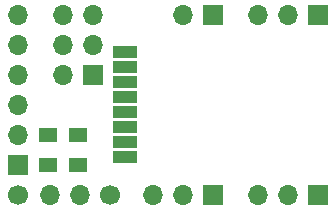
<source format=gbs>
G04 #@! TF.FileFunction,Soldermask,Bot*
%FSLAX46Y46*%
G04 Gerber Fmt 4.6, Leading zero omitted, Abs format (unit mm)*
G04 Created by KiCad (PCBNEW 4.0.5+dfsg1-4) date Tue May  8 10:32:57 2018*
%MOMM*%
%LPD*%
G01*
G04 APERTURE LIST*
%ADD10C,0.100000*%
%ADD11C,1.700000*%
%ADD12O,1.700000X1.700000*%
%ADD13R,1.700000X1.700000*%
%ADD14R,1.500000X1.250000*%
%ADD15R,2.000000X1.000000*%
G04 APERTURE END LIST*
D10*
D11*
X10300000Y-17800000D03*
D12*
X7760000Y-17800000D03*
X5220000Y-17800000D03*
D11*
X2540000Y-17780000D03*
D13*
X2540000Y-15240000D03*
D12*
X2540000Y-12700000D03*
X2540000Y-10160000D03*
X2540000Y-7620000D03*
X2540000Y-5080000D03*
X2540000Y-2540000D03*
D13*
X19050000Y-17780000D03*
D12*
X16510000Y-17780000D03*
X13970000Y-17780000D03*
D14*
X5100000Y-12700000D03*
X7600000Y-12700000D03*
X5100000Y-15240000D03*
X7600000Y-15240000D03*
D15*
X11620000Y-14560000D03*
X11620000Y-13290000D03*
X11620000Y-12020000D03*
X11620000Y-10750000D03*
X11620000Y-9480000D03*
X11620000Y-8210000D03*
X11620000Y-6940000D03*
X11620000Y-5670000D03*
D13*
X8890000Y-7620000D03*
D12*
X6350000Y-7620000D03*
X8890000Y-5080000D03*
X6350000Y-5080000D03*
X8890000Y-2540000D03*
X6350000Y-2540000D03*
D13*
X27940000Y-2540000D03*
D12*
X25400000Y-2540000D03*
X22860000Y-2540000D03*
D13*
X27940000Y-17780000D03*
D12*
X25400000Y-17780000D03*
X22860000Y-17780000D03*
D13*
X19050000Y-2540000D03*
D12*
X16510000Y-2540000D03*
M02*

</source>
